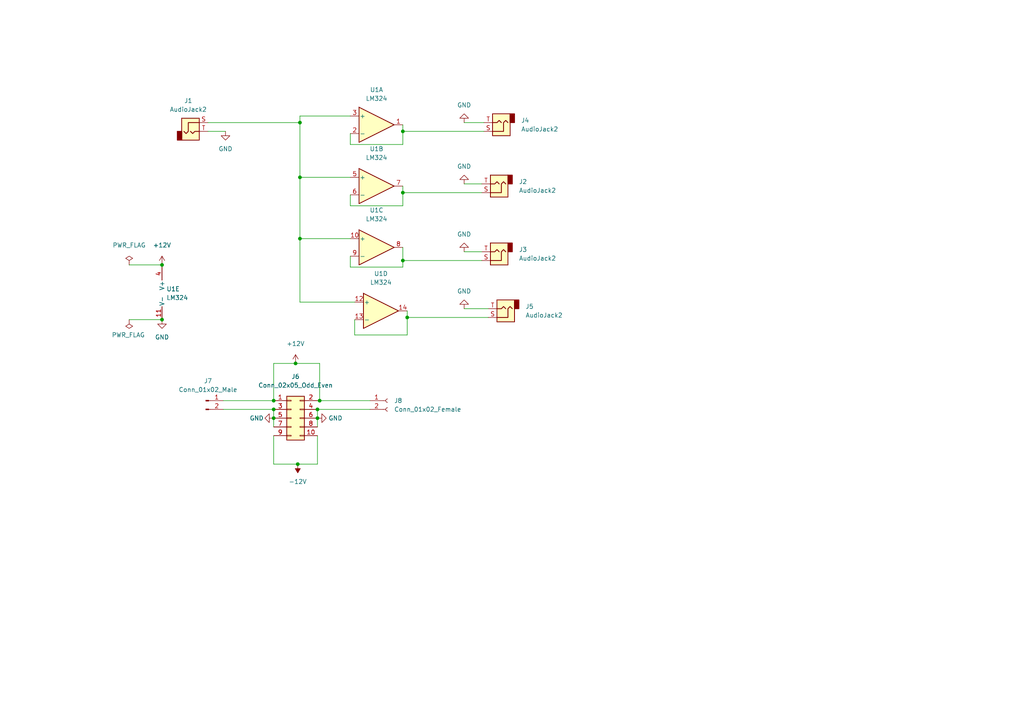
<source format=kicad_sch>
(kicad_sch (version 20211123) (generator eeschema)

  (uuid 1b516a17-e762-4c99-b9c8-b61fc1dba6e9)

  (paper "A4")

  (lib_symbols
    (symbol "Amplifier_Operational:LM324" (pin_names (offset 0.127)) (in_bom yes) (on_board yes)
      (property "Reference" "U" (id 0) (at 0 5.08 0)
        (effects (font (size 1.27 1.27)) (justify left))
      )
      (property "Value" "LM324" (id 1) (at 0 -5.08 0)
        (effects (font (size 1.27 1.27)) (justify left))
      )
      (property "Footprint" "" (id 2) (at -1.27 2.54 0)
        (effects (font (size 1.27 1.27)) hide)
      )
      (property "Datasheet" "http://www.ti.com/lit/ds/symlink/lm2902-n.pdf" (id 3) (at 1.27 5.08 0)
        (effects (font (size 1.27 1.27)) hide)
      )
      (property "ki_locked" "" (id 4) (at 0 0 0)
        (effects (font (size 1.27 1.27)))
      )
      (property "ki_keywords" "quad opamp" (id 5) (at 0 0 0)
        (effects (font (size 1.27 1.27)) hide)
      )
      (property "ki_description" "Low-Power, Quad-Operational Amplifiers, DIP-14/SOIC-14/SSOP-14" (id 6) (at 0 0 0)
        (effects (font (size 1.27 1.27)) hide)
      )
      (property "ki_fp_filters" "SOIC*3.9x8.7mm*P1.27mm* DIP*W7.62mm* TSSOP*4.4x5mm*P0.65mm* SSOP*5.3x6.2mm*P0.65mm* MSOP*3x3mm*P0.5mm*" (id 7) (at 0 0 0)
        (effects (font (size 1.27 1.27)) hide)
      )
      (symbol "LM324_1_1"
        (polyline
          (pts
            (xy -5.08 5.08)
            (xy 5.08 0)
            (xy -5.08 -5.08)
            (xy -5.08 5.08)
          )
          (stroke (width 0.254) (type default) (color 0 0 0 0))
          (fill (type background))
        )
        (pin output line (at 7.62 0 180) (length 2.54)
          (name "~" (effects (font (size 1.27 1.27))))
          (number "1" (effects (font (size 1.27 1.27))))
        )
        (pin input line (at -7.62 -2.54 0) (length 2.54)
          (name "-" (effects (font (size 1.27 1.27))))
          (number "2" (effects (font (size 1.27 1.27))))
        )
        (pin input line (at -7.62 2.54 0) (length 2.54)
          (name "+" (effects (font (size 1.27 1.27))))
          (number "3" (effects (font (size 1.27 1.27))))
        )
      )
      (symbol "LM324_2_1"
        (polyline
          (pts
            (xy -5.08 5.08)
            (xy 5.08 0)
            (xy -5.08 -5.08)
            (xy -5.08 5.08)
          )
          (stroke (width 0.254) (type default) (color 0 0 0 0))
          (fill (type background))
        )
        (pin input line (at -7.62 2.54 0) (length 2.54)
          (name "+" (effects (font (size 1.27 1.27))))
          (number "5" (effects (font (size 1.27 1.27))))
        )
        (pin input line (at -7.62 -2.54 0) (length 2.54)
          (name "-" (effects (font (size 1.27 1.27))))
          (number "6" (effects (font (size 1.27 1.27))))
        )
        (pin output line (at 7.62 0 180) (length 2.54)
          (name "~" (effects (font (size 1.27 1.27))))
          (number "7" (effects (font (size 1.27 1.27))))
        )
      )
      (symbol "LM324_3_1"
        (polyline
          (pts
            (xy -5.08 5.08)
            (xy 5.08 0)
            (xy -5.08 -5.08)
            (xy -5.08 5.08)
          )
          (stroke (width 0.254) (type default) (color 0 0 0 0))
          (fill (type background))
        )
        (pin input line (at -7.62 2.54 0) (length 2.54)
          (name "+" (effects (font (size 1.27 1.27))))
          (number "10" (effects (font (size 1.27 1.27))))
        )
        (pin output line (at 7.62 0 180) (length 2.54)
          (name "~" (effects (font (size 1.27 1.27))))
          (number "8" (effects (font (size 1.27 1.27))))
        )
        (pin input line (at -7.62 -2.54 0) (length 2.54)
          (name "-" (effects (font (size 1.27 1.27))))
          (number "9" (effects (font (size 1.27 1.27))))
        )
      )
      (symbol "LM324_4_1"
        (polyline
          (pts
            (xy -5.08 5.08)
            (xy 5.08 0)
            (xy -5.08 -5.08)
            (xy -5.08 5.08)
          )
          (stroke (width 0.254) (type default) (color 0 0 0 0))
          (fill (type background))
        )
        (pin input line (at -7.62 2.54 0) (length 2.54)
          (name "+" (effects (font (size 1.27 1.27))))
          (number "12" (effects (font (size 1.27 1.27))))
        )
        (pin input line (at -7.62 -2.54 0) (length 2.54)
          (name "-" (effects (font (size 1.27 1.27))))
          (number "13" (effects (font (size 1.27 1.27))))
        )
        (pin output line (at 7.62 0 180) (length 2.54)
          (name "~" (effects (font (size 1.27 1.27))))
          (number "14" (effects (font (size 1.27 1.27))))
        )
      )
      (symbol "LM324_5_1"
        (pin power_in line (at -2.54 -7.62 90) (length 3.81)
          (name "V-" (effects (font (size 1.27 1.27))))
          (number "11" (effects (font (size 1.27 1.27))))
        )
        (pin power_in line (at -2.54 7.62 270) (length 3.81)
          (name "V+" (effects (font (size 1.27 1.27))))
          (number "4" (effects (font (size 1.27 1.27))))
        )
      )
    )
    (symbol "Connector:AudioJack2" (in_bom yes) (on_board yes)
      (property "Reference" "J" (id 0) (at 0 8.89 0)
        (effects (font (size 1.27 1.27)))
      )
      (property "Value" "AudioJack2" (id 1) (at 0 6.35 0)
        (effects (font (size 1.27 1.27)))
      )
      (property "Footprint" "" (id 2) (at 0 0 0)
        (effects (font (size 1.27 1.27)) hide)
      )
      (property "Datasheet" "~" (id 3) (at 0 0 0)
        (effects (font (size 1.27 1.27)) hide)
      )
      (property "ki_keywords" "audio jack receptacle mono phone headphone TS connector" (id 4) (at 0 0 0)
        (effects (font (size 1.27 1.27)) hide)
      )
      (property "ki_description" "Audio Jack, 2 Poles (Mono / TS)" (id 5) (at 0 0 0)
        (effects (font (size 1.27 1.27)) hide)
      )
      (property "ki_fp_filters" "Jack*" (id 6) (at 0 0 0)
        (effects (font (size 1.27 1.27)) hide)
      )
      (symbol "AudioJack2_0_1"
        (rectangle (start -3.81 0) (end -2.54 -2.54)
          (stroke (width 0.254) (type default) (color 0 0 0 0))
          (fill (type outline))
        )
        (rectangle (start -2.54 3.81) (end 2.54 -2.54)
          (stroke (width 0.254) (type default) (color 0 0 0 0))
          (fill (type background))
        )
        (polyline
          (pts
            (xy 0 0)
            (xy 0.635 -0.635)
            (xy 1.27 0)
            (xy 2.54 0)
          )
          (stroke (width 0.254) (type default) (color 0 0 0 0))
          (fill (type none))
        )
        (polyline
          (pts
            (xy 2.54 2.54)
            (xy -0.635 2.54)
            (xy -0.635 0)
            (xy -1.27 -0.635)
            (xy -1.905 0)
          )
          (stroke (width 0.254) (type default) (color 0 0 0 0))
          (fill (type none))
        )
      )
      (symbol "AudioJack2_1_1"
        (pin passive line (at 5.08 2.54 180) (length 2.54)
          (name "~" (effects (font (size 1.27 1.27))))
          (number "S" (effects (font (size 1.27 1.27))))
        )
        (pin passive line (at 5.08 0 180) (length 2.54)
          (name "~" (effects (font (size 1.27 1.27))))
          (number "T" (effects (font (size 1.27 1.27))))
        )
      )
    )
    (symbol "Connector:Conn_01x02_Female" (pin_names (offset 1.016) hide) (in_bom yes) (on_board yes)
      (property "Reference" "J" (id 0) (at 0 2.54 0)
        (effects (font (size 1.27 1.27)))
      )
      (property "Value" "Conn_01x02_Female" (id 1) (at 0 -5.08 0)
        (effects (font (size 1.27 1.27)))
      )
      (property "Footprint" "" (id 2) (at 0 0 0)
        (effects (font (size 1.27 1.27)) hide)
      )
      (property "Datasheet" "~" (id 3) (at 0 0 0)
        (effects (font (size 1.27 1.27)) hide)
      )
      (property "ki_keywords" "connector" (id 4) (at 0 0 0)
        (effects (font (size 1.27 1.27)) hide)
      )
      (property "ki_description" "Generic connector, single row, 01x02, script generated (kicad-library-utils/schlib/autogen/connector/)" (id 5) (at 0 0 0)
        (effects (font (size 1.27 1.27)) hide)
      )
      (property "ki_fp_filters" "Connector*:*_1x??_*" (id 6) (at 0 0 0)
        (effects (font (size 1.27 1.27)) hide)
      )
      (symbol "Conn_01x02_Female_1_1"
        (arc (start 0 -2.032) (mid -0.508 -2.54) (end 0 -3.048)
          (stroke (width 0.1524) (type default) (color 0 0 0 0))
          (fill (type none))
        )
        (polyline
          (pts
            (xy -1.27 -2.54)
            (xy -0.508 -2.54)
          )
          (stroke (width 0.1524) (type default) (color 0 0 0 0))
          (fill (type none))
        )
        (polyline
          (pts
            (xy -1.27 0)
            (xy -0.508 0)
          )
          (stroke (width 0.1524) (type default) (color 0 0 0 0))
          (fill (type none))
        )
        (arc (start 0 0.508) (mid -0.508 0) (end 0 -0.508)
          (stroke (width 0.1524) (type default) (color 0 0 0 0))
          (fill (type none))
        )
        (pin passive line (at -5.08 0 0) (length 3.81)
          (name "Pin_1" (effects (font (size 1.27 1.27))))
          (number "1" (effects (font (size 1.27 1.27))))
        )
        (pin passive line (at -5.08 -2.54 0) (length 3.81)
          (name "Pin_2" (effects (font (size 1.27 1.27))))
          (number "2" (effects (font (size 1.27 1.27))))
        )
      )
    )
    (symbol "Connector:Conn_01x02_Male" (pin_names (offset 1.016) hide) (in_bom yes) (on_board yes)
      (property "Reference" "J" (id 0) (at 0 2.54 0)
        (effects (font (size 1.27 1.27)))
      )
      (property "Value" "Conn_01x02_Male" (id 1) (at 0 -5.08 0)
        (effects (font (size 1.27 1.27)))
      )
      (property "Footprint" "" (id 2) (at 0 0 0)
        (effects (font (size 1.27 1.27)) hide)
      )
      (property "Datasheet" "~" (id 3) (at 0 0 0)
        (effects (font (size 1.27 1.27)) hide)
      )
      (property "ki_keywords" "connector" (id 4) (at 0 0 0)
        (effects (font (size 1.27 1.27)) hide)
      )
      (property "ki_description" "Generic connector, single row, 01x02, script generated (kicad-library-utils/schlib/autogen/connector/)" (id 5) (at 0 0 0)
        (effects (font (size 1.27 1.27)) hide)
      )
      (property "ki_fp_filters" "Connector*:*_1x??_*" (id 6) (at 0 0 0)
        (effects (font (size 1.27 1.27)) hide)
      )
      (symbol "Conn_01x02_Male_1_1"
        (polyline
          (pts
            (xy 1.27 -2.54)
            (xy 0.8636 -2.54)
          )
          (stroke (width 0.1524) (type default) (color 0 0 0 0))
          (fill (type none))
        )
        (polyline
          (pts
            (xy 1.27 0)
            (xy 0.8636 0)
          )
          (stroke (width 0.1524) (type default) (color 0 0 0 0))
          (fill (type none))
        )
        (rectangle (start 0.8636 -2.413) (end 0 -2.667)
          (stroke (width 0.1524) (type default) (color 0 0 0 0))
          (fill (type outline))
        )
        (rectangle (start 0.8636 0.127) (end 0 -0.127)
          (stroke (width 0.1524) (type default) (color 0 0 0 0))
          (fill (type outline))
        )
        (pin passive line (at 5.08 0 180) (length 3.81)
          (name "Pin_1" (effects (font (size 1.27 1.27))))
          (number "1" (effects (font (size 1.27 1.27))))
        )
        (pin passive line (at 5.08 -2.54 180) (length 3.81)
          (name "Pin_2" (effects (font (size 1.27 1.27))))
          (number "2" (effects (font (size 1.27 1.27))))
        )
      )
    )
    (symbol "Connector_Generic:Conn_02x05_Odd_Even" (pin_names (offset 1.016) hide) (in_bom yes) (on_board yes)
      (property "Reference" "J" (id 0) (at 1.27 7.62 0)
        (effects (font (size 1.27 1.27)))
      )
      (property "Value" "Conn_02x05_Odd_Even" (id 1) (at 1.27 -7.62 0)
        (effects (font (size 1.27 1.27)))
      )
      (property "Footprint" "" (id 2) (at 0 0 0)
        (effects (font (size 1.27 1.27)) hide)
      )
      (property "Datasheet" "~" (id 3) (at 0 0 0)
        (effects (font (size 1.27 1.27)) hide)
      )
      (property "ki_keywords" "connector" (id 4) (at 0 0 0)
        (effects (font (size 1.27 1.27)) hide)
      )
      (property "ki_description" "Generic connector, double row, 02x05, odd/even pin numbering scheme (row 1 odd numbers, row 2 even numbers), script generated (kicad-library-utils/schlib/autogen/connector/)" (id 5) (at 0 0 0)
        (effects (font (size 1.27 1.27)) hide)
      )
      (property "ki_fp_filters" "Connector*:*_2x??_*" (id 6) (at 0 0 0)
        (effects (font (size 1.27 1.27)) hide)
      )
      (symbol "Conn_02x05_Odd_Even_1_1"
        (rectangle (start -1.27 -4.953) (end 0 -5.207)
          (stroke (width 0.1524) (type default) (color 0 0 0 0))
          (fill (type none))
        )
        (rectangle (start -1.27 -2.413) (end 0 -2.667)
          (stroke (width 0.1524) (type default) (color 0 0 0 0))
          (fill (type none))
        )
        (rectangle (start -1.27 0.127) (end 0 -0.127)
          (stroke (width 0.1524) (type default) (color 0 0 0 0))
          (fill (type none))
        )
        (rectangle (start -1.27 2.667) (end 0 2.413)
          (stroke (width 0.1524) (type default) (color 0 0 0 0))
          (fill (type none))
        )
        (rectangle (start -1.27 5.207) (end 0 4.953)
          (stroke (width 0.1524) (type default) (color 0 0 0 0))
          (fill (type none))
        )
        (rectangle (start -1.27 6.35) (end 3.81 -6.35)
          (stroke (width 0.254) (type default) (color 0 0 0 0))
          (fill (type background))
        )
        (rectangle (start 3.81 -4.953) (end 2.54 -5.207)
          (stroke (width 0.1524) (type default) (color 0 0 0 0))
          (fill (type none))
        )
        (rectangle (start 3.81 -2.413) (end 2.54 -2.667)
          (stroke (width 0.1524) (type default) (color 0 0 0 0))
          (fill (type none))
        )
        (rectangle (start 3.81 0.127) (end 2.54 -0.127)
          (stroke (width 0.1524) (type default) (color 0 0 0 0))
          (fill (type none))
        )
        (rectangle (start 3.81 2.667) (end 2.54 2.413)
          (stroke (width 0.1524) (type default) (color 0 0 0 0))
          (fill (type none))
        )
        (rectangle (start 3.81 5.207) (end 2.54 4.953)
          (stroke (width 0.1524) (type default) (color 0 0 0 0))
          (fill (type none))
        )
        (pin passive line (at -5.08 5.08 0) (length 3.81)
          (name "Pin_1" (effects (font (size 1.27 1.27))))
          (number "1" (effects (font (size 1.27 1.27))))
        )
        (pin passive line (at 7.62 -5.08 180) (length 3.81)
          (name "Pin_10" (effects (font (size 1.27 1.27))))
          (number "10" (effects (font (size 1.27 1.27))))
        )
        (pin passive line (at 7.62 5.08 180) (length 3.81)
          (name "Pin_2" (effects (font (size 1.27 1.27))))
          (number "2" (effects (font (size 1.27 1.27))))
        )
        (pin passive line (at -5.08 2.54 0) (length 3.81)
          (name "Pin_3" (effects (font (size 1.27 1.27))))
          (number "3" (effects (font (size 1.27 1.27))))
        )
        (pin passive line (at 7.62 2.54 180) (length 3.81)
          (name "Pin_4" (effects (font (size 1.27 1.27))))
          (number "4" (effects (font (size 1.27 1.27))))
        )
        (pin passive line (at -5.08 0 0) (length 3.81)
          (name "Pin_5" (effects (font (size 1.27 1.27))))
          (number "5" (effects (font (size 1.27 1.27))))
        )
        (pin passive line (at 7.62 0 180) (length 3.81)
          (name "Pin_6" (effects (font (size 1.27 1.27))))
          (number "6" (effects (font (size 1.27 1.27))))
        )
        (pin passive line (at -5.08 -2.54 0) (length 3.81)
          (name "Pin_7" (effects (font (size 1.27 1.27))))
          (number "7" (effects (font (size 1.27 1.27))))
        )
        (pin passive line (at 7.62 -2.54 180) (length 3.81)
          (name "Pin_8" (effects (font (size 1.27 1.27))))
          (number "8" (effects (font (size 1.27 1.27))))
        )
        (pin passive line (at -5.08 -5.08 0) (length 3.81)
          (name "Pin_9" (effects (font (size 1.27 1.27))))
          (number "9" (effects (font (size 1.27 1.27))))
        )
      )
    )
    (symbol "power:+12V" (power) (pin_names (offset 0)) (in_bom yes) (on_board yes)
      (property "Reference" "#PWR" (id 0) (at 0 -3.81 0)
        (effects (font (size 1.27 1.27)) hide)
      )
      (property "Value" "+12V" (id 1) (at 0 3.556 0)
        (effects (font (size 1.27 1.27)))
      )
      (property "Footprint" "" (id 2) (at 0 0 0)
        (effects (font (size 1.27 1.27)) hide)
      )
      (property "Datasheet" "" (id 3) (at 0 0 0)
        (effects (font (size 1.27 1.27)) hide)
      )
      (property "ki_keywords" "power-flag" (id 4) (at 0 0 0)
        (effects (font (size 1.27 1.27)) hide)
      )
      (property "ki_description" "Power symbol creates a global label with name \"+12V\"" (id 5) (at 0 0 0)
        (effects (font (size 1.27 1.27)) hide)
      )
      (symbol "+12V_0_1"
        (polyline
          (pts
            (xy -0.762 1.27)
            (xy 0 2.54)
          )
          (stroke (width 0) (type default) (color 0 0 0 0))
          (fill (type none))
        )
        (polyline
          (pts
            (xy 0 0)
            (xy 0 2.54)
          )
          (stroke (width 0) (type default) (color 0 0 0 0))
          (fill (type none))
        )
        (polyline
          (pts
            (xy 0 2.54)
            (xy 0.762 1.27)
          )
          (stroke (width 0) (type default) (color 0 0 0 0))
          (fill (type none))
        )
      )
      (symbol "+12V_1_1"
        (pin power_in line (at 0 0 90) (length 0) hide
          (name "+12V" (effects (font (size 1.27 1.27))))
          (number "1" (effects (font (size 1.27 1.27))))
        )
      )
    )
    (symbol "power:-12V" (power) (pin_names (offset 0)) (in_bom yes) (on_board yes)
      (property "Reference" "#PWR" (id 0) (at 0 2.54 0)
        (effects (font (size 1.27 1.27)) hide)
      )
      (property "Value" "-12V" (id 1) (at 0 3.81 0)
        (effects (font (size 1.27 1.27)))
      )
      (property "Footprint" "" (id 2) (at 0 0 0)
        (effects (font (size 1.27 1.27)) hide)
      )
      (property "Datasheet" "" (id 3) (at 0 0 0)
        (effects (font (size 1.27 1.27)) hide)
      )
      (property "ki_keywords" "power-flag" (id 4) (at 0 0 0)
        (effects (font (size 1.27 1.27)) hide)
      )
      (property "ki_description" "Power symbol creates a global label with name \"-12V\"" (id 5) (at 0 0 0)
        (effects (font (size 1.27 1.27)) hide)
      )
      (symbol "-12V_0_0"
        (pin power_in line (at 0 0 90) (length 0) hide
          (name "-12V" (effects (font (size 1.27 1.27))))
          (number "1" (effects (font (size 1.27 1.27))))
        )
      )
      (symbol "-12V_0_1"
        (polyline
          (pts
            (xy 0 0)
            (xy 0 1.27)
            (xy 0.762 1.27)
            (xy 0 2.54)
            (xy -0.762 1.27)
            (xy 0 1.27)
          )
          (stroke (width 0) (type default) (color 0 0 0 0))
          (fill (type outline))
        )
      )
    )
    (symbol "power:GND" (power) (pin_names (offset 0)) (in_bom yes) (on_board yes)
      (property "Reference" "#PWR" (id 0) (at 0 -6.35 0)
        (effects (font (size 1.27 1.27)) hide)
      )
      (property "Value" "GND" (id 1) (at 0 -3.81 0)
        (effects (font (size 1.27 1.27)))
      )
      (property "Footprint" "" (id 2) (at 0 0 0)
        (effects (font (size 1.27 1.27)) hide)
      )
      (property "Datasheet" "" (id 3) (at 0 0 0)
        (effects (font (size 1.27 1.27)) hide)
      )
      (property "ki_keywords" "power-flag" (id 4) (at 0 0 0)
        (effects (font (size 1.27 1.27)) hide)
      )
      (property "ki_description" "Power symbol creates a global label with name \"GND\" , ground" (id 5) (at 0 0 0)
        (effects (font (size 1.27 1.27)) hide)
      )
      (symbol "GND_0_1"
        (polyline
          (pts
            (xy 0 0)
            (xy 0 -1.27)
            (xy 1.27 -1.27)
            (xy 0 -2.54)
            (xy -1.27 -1.27)
            (xy 0 -1.27)
          )
          (stroke (width 0) (type default) (color 0 0 0 0))
          (fill (type none))
        )
      )
      (symbol "GND_1_1"
        (pin power_in line (at 0 0 270) (length 0) hide
          (name "GND" (effects (font (size 1.27 1.27))))
          (number "1" (effects (font (size 1.27 1.27))))
        )
      )
    )
    (symbol "power:PWR_FLAG" (power) (pin_numbers hide) (pin_names (offset 0) hide) (in_bom yes) (on_board yes)
      (property "Reference" "#FLG" (id 0) (at 0 1.905 0)
        (effects (font (size 1.27 1.27)) hide)
      )
      (property "Value" "PWR_FLAG" (id 1) (at 0 3.81 0)
        (effects (font (size 1.27 1.27)))
      )
      (property "Footprint" "" (id 2) (at 0 0 0)
        (effects (font (size 1.27 1.27)) hide)
      )
      (property "Datasheet" "~" (id 3) (at 0 0 0)
        (effects (font (size 1.27 1.27)) hide)
      )
      (property "ki_keywords" "power-flag" (id 4) (at 0 0 0)
        (effects (font (size 1.27 1.27)) hide)
      )
      (property "ki_description" "Special symbol for telling ERC where power comes from" (id 5) (at 0 0 0)
        (effects (font (size 1.27 1.27)) hide)
      )
      (symbol "PWR_FLAG_0_0"
        (pin power_out line (at 0 0 90) (length 0)
          (name "pwr" (effects (font (size 1.27 1.27))))
          (number "1" (effects (font (size 1.27 1.27))))
        )
      )
      (symbol "PWR_FLAG_0_1"
        (polyline
          (pts
            (xy 0 0)
            (xy 0 1.27)
            (xy -1.016 1.905)
            (xy 0 2.54)
            (xy 1.016 1.905)
            (xy 0 1.27)
          )
          (stroke (width 0) (type default) (color 0 0 0 0))
          (fill (type none))
        )
      )
    )
  )

  (junction (at 86.995 69.215) (diameter 0) (color 0 0 0 0)
    (uuid 104f0de1-ba94-41c3-bc8f-4a952183357d)
  )
  (junction (at 92.075 118.745) (diameter 0) (color 0 0 0 0)
    (uuid 151b5ab9-01dd-4039-99c7-a2b74da5d51b)
  )
  (junction (at 79.375 118.745) (diameter 0) (color 0 0 0 0)
    (uuid 193e76c8-119c-4a79-96f2-666510377c66)
  )
  (junction (at 86.995 51.435) (diameter 0) (color 0 0 0 0)
    (uuid 1db30148-7ca7-441d-a14a-4c714563a06a)
  )
  (junction (at 86.995 35.56) (diameter 0) (color 0 0 0 0)
    (uuid 3100f5e2-0aec-4b49-9c5b-13ff76602e43)
  )
  (junction (at 46.99 76.835) (diameter 0) (color 0 0 0 0)
    (uuid 4dc6ce77-f101-41b4-ba17-e872f3d046bf)
  )
  (junction (at 116.84 75.565) (diameter 0) (color 0 0 0 0)
    (uuid 53228643-2653-400b-a336-777c8771e037)
  )
  (junction (at 118.11 92.075) (diameter 0) (color 0 0 0 0)
    (uuid 69303619-f2cf-464c-a4cf-f8fe33fbcd97)
  )
  (junction (at 116.84 55.88) (diameter 0) (color 0 0 0 0)
    (uuid 7437dae8-110b-4a69-b832-18b7d9b84dbc)
  )
  (junction (at 46.99 92.71) (diameter 0) (color 0 0 0 0)
    (uuid 93ae934b-7732-44ed-8368-cb81f8f581bc)
  )
  (junction (at 116.84 38.1) (diameter 0) (color 0 0 0 0)
    (uuid b5cbb0bb-9dc7-4265-acee-3e9afee4edc0)
  )
  (junction (at 86.36 134.62) (diameter 0) (color 0 0 0 0)
    (uuid bc7a6bd3-13a3-48bc-bffc-dfbe37cc6f2e)
  )
  (junction (at 79.375 121.285) (diameter 0) (color 0 0 0 0)
    (uuid c8fe1498-51b0-4ae4-8c47-9bacff5bda60)
  )
  (junction (at 92.075 121.285) (diameter 0) (color 0 0 0 0)
    (uuid c9e94b50-8c62-4e7b-afaa-0c2e57e0e087)
  )
  (junction (at 79.375 116.205) (diameter 0) (color 0 0 0 0)
    (uuid cd87972e-896a-4263-9ab4-adddd4655a35)
  )
  (junction (at 85.725 105.41) (diameter 0) (color 0 0 0 0)
    (uuid d71cd838-39bb-4d2e-8e1a-dc32fdce17d9)
  )
  (junction (at 92.71 116.205) (diameter 0) (color 0 0 0 0)
    (uuid e5edc3f7-603e-455e-9c46-7672043d7c14)
  )

  (wire (pts (xy 116.84 41.91) (xy 101.6 41.91))
    (stroke (width 0) (type default) (color 0 0 0 0))
    (uuid 0a317199-8a9f-4b8a-869b-7fe16796cc79)
  )
  (wire (pts (xy 37.465 76.835) (xy 46.99 76.835))
    (stroke (width 0) (type default) (color 0 0 0 0))
    (uuid 0c06151c-4713-40b6-b5ba-d483bd095dcc)
  )
  (wire (pts (xy 101.6 69.215) (xy 86.995 69.215))
    (stroke (width 0) (type default) (color 0 0 0 0))
    (uuid 1100217a-3165-4da4-ad5f-5e0e747d89c9)
  )
  (wire (pts (xy 116.84 53.975) (xy 116.84 55.88))
    (stroke (width 0) (type default) (color 0 0 0 0))
    (uuid 12f6d5ee-865b-4765-ae7c-6b31b1e243bb)
  )
  (wire (pts (xy 92.075 118.745) (xy 107.315 118.745))
    (stroke (width 0) (type default) (color 0 0 0 0))
    (uuid 145a8b95-29af-4a2b-847e-8f9d3c4fabd7)
  )
  (wire (pts (xy 86.36 134.62) (xy 92.075 134.62))
    (stroke (width 0) (type default) (color 0 0 0 0))
    (uuid 1524fb6c-5868-44ec-b27e-c67fc2d59f28)
  )
  (wire (pts (xy 134.62 53.34) (xy 139.7 53.34))
    (stroke (width 0) (type default) (color 0 0 0 0))
    (uuid 18d2b7bb-dfa2-4d52-aa8f-3231d4763a9b)
  )
  (wire (pts (xy 79.375 121.285) (xy 79.375 123.825))
    (stroke (width 0) (type default) (color 0 0 0 0))
    (uuid 2898eb7f-dfd7-4e2f-839b-b264a5e5fc7e)
  )
  (wire (pts (xy 86.995 87.63) (xy 102.87 87.63))
    (stroke (width 0) (type default) (color 0 0 0 0))
    (uuid 28a67673-1138-4dc7-a651-7447b5ddd717)
  )
  (wire (pts (xy 79.375 116.205) (xy 79.375 105.41))
    (stroke (width 0) (type default) (color 0 0 0 0))
    (uuid 28fc6b6d-ae2c-4ab2-b8b9-4073065df860)
  )
  (wire (pts (xy 86.995 33.655) (xy 101.6 33.655))
    (stroke (width 0) (type default) (color 0 0 0 0))
    (uuid 2e0792d8-29b2-4b00-b3e1-e0eca91d8d18)
  )
  (wire (pts (xy 118.11 92.075) (xy 141.605 92.075))
    (stroke (width 0) (type default) (color 0 0 0 0))
    (uuid 30ef2567-a794-4b7d-ba4c-8bf5bb65f39e)
  )
  (wire (pts (xy 85.725 105.41) (xy 92.71 105.41))
    (stroke (width 0) (type default) (color 0 0 0 0))
    (uuid 3740572b-9333-40b9-98cc-496dff8ccc7f)
  )
  (wire (pts (xy 79.375 126.365) (xy 79.375 134.62))
    (stroke (width 0) (type default) (color 0 0 0 0))
    (uuid 37be1e1c-86fa-4ceb-99af-fb14f6ce4392)
  )
  (wire (pts (xy 46.99 92.71) (xy 37.465 92.71))
    (stroke (width 0) (type default) (color 0 0 0 0))
    (uuid 3a959649-9a89-4cff-bd5b-42182ecd63a8)
  )
  (wire (pts (xy 118.11 92.075) (xy 118.11 97.155))
    (stroke (width 0) (type default) (color 0 0 0 0))
    (uuid 3df1f0ad-c0a2-4963-9093-849a7b998794)
  )
  (wire (pts (xy 79.375 134.62) (xy 86.36 134.62))
    (stroke (width 0) (type default) (color 0 0 0 0))
    (uuid 4076aef1-4ad2-4b2d-a5fc-dc2978684ba7)
  )
  (wire (pts (xy 116.84 75.565) (xy 116.84 77.47))
    (stroke (width 0) (type default) (color 0 0 0 0))
    (uuid 485e8546-0f09-4db0-b89a-e4c7f4c33184)
  )
  (wire (pts (xy 79.375 118.745) (xy 79.375 121.285))
    (stroke (width 0) (type default) (color 0 0 0 0))
    (uuid 4c8eb34d-c753-44cd-ba84-c34bca95d4d5)
  )
  (wire (pts (xy 86.995 35.56) (xy 86.995 51.435))
    (stroke (width 0) (type default) (color 0 0 0 0))
    (uuid 590db0b8-21b4-4da1-a66a-866f9d25d783)
  )
  (wire (pts (xy 86.995 33.655) (xy 86.995 35.56))
    (stroke (width 0) (type default) (color 0 0 0 0))
    (uuid 64054375-80e0-4ff6-b1e7-6c9cbd67f63d)
  )
  (wire (pts (xy 92.71 116.205) (xy 92.075 116.205))
    (stroke (width 0) (type default) (color 0 0 0 0))
    (uuid 64c2ea62-2c76-485a-b9fa-2e09e94959e5)
  )
  (wire (pts (xy 101.6 41.91) (xy 101.6 38.735))
    (stroke (width 0) (type default) (color 0 0 0 0))
    (uuid 726007af-fec9-41dc-8375-cb54b2a40900)
  )
  (wire (pts (xy 92.075 121.285) (xy 92.075 123.825))
    (stroke (width 0) (type default) (color 0 0 0 0))
    (uuid 7c03e65b-7ecd-4f70-a66d-c4bdf52bb00d)
  )
  (wire (pts (xy 86.995 69.215) (xy 86.995 87.63))
    (stroke (width 0) (type default) (color 0 0 0 0))
    (uuid 7e3386f4-650f-4651-a6b7-d45308443301)
  )
  (wire (pts (xy 102.87 97.155) (xy 102.87 92.71))
    (stroke (width 0) (type default) (color 0 0 0 0))
    (uuid 7e77bd8a-c234-4523-b912-8c7b2d54a79a)
  )
  (wire (pts (xy 86.995 51.435) (xy 101.6 51.435))
    (stroke (width 0) (type default) (color 0 0 0 0))
    (uuid 7f29fae6-538e-4862-ae30-65dbcb672601)
  )
  (wire (pts (xy 116.84 55.88) (xy 139.7 55.88))
    (stroke (width 0) (type default) (color 0 0 0 0))
    (uuid 843e6d44-170e-43b3-890d-ebb2315d7837)
  )
  (wire (pts (xy 92.71 116.205) (xy 107.315 116.205))
    (stroke (width 0) (type default) (color 0 0 0 0))
    (uuid 84ecc096-9705-4aa2-bab6-40d9812c527f)
  )
  (wire (pts (xy 116.84 75.565) (xy 139.7 75.565))
    (stroke (width 0) (type default) (color 0 0 0 0))
    (uuid 87f9041f-35e9-4f66-83db-a0d0d481e1d5)
  )
  (wire (pts (xy 46.99 76.835) (xy 46.99 77.47))
    (stroke (width 0) (type default) (color 0 0 0 0))
    (uuid 8fac929f-d2ec-4a1a-bdd2-6325074d73cd)
  )
  (wire (pts (xy 116.84 55.88) (xy 116.84 59.69))
    (stroke (width 0) (type default) (color 0 0 0 0))
    (uuid 91152048-e08a-434f-9ca1-a584a98e16f0)
  )
  (wire (pts (xy 92.71 105.41) (xy 92.71 116.205))
    (stroke (width 0) (type default) (color 0 0 0 0))
    (uuid 91546561-90e0-408e-895f-9130329eb7ee)
  )
  (wire (pts (xy 64.77 116.205) (xy 79.375 116.205))
    (stroke (width 0) (type default) (color 0 0 0 0))
    (uuid 9359b352-2dc9-401b-b373-15ea544eb722)
  )
  (wire (pts (xy 118.11 97.155) (xy 102.87 97.155))
    (stroke (width 0) (type default) (color 0 0 0 0))
    (uuid 977f1f25-bde9-442a-a957-8752369a9413)
  )
  (wire (pts (xy 86.995 51.435) (xy 86.995 69.215))
    (stroke (width 0) (type default) (color 0 0 0 0))
    (uuid 97c3bd45-f5cc-4c4e-b534-fc21fc215c53)
  )
  (wire (pts (xy 101.6 59.69) (xy 101.6 56.515))
    (stroke (width 0) (type default) (color 0 0 0 0))
    (uuid 9ab66ef1-aed7-4f12-a995-f18c3b1711ff)
  )
  (wire (pts (xy 116.84 59.69) (xy 101.6 59.69))
    (stroke (width 0) (type default) (color 0 0 0 0))
    (uuid a043f3af-3726-4ab9-8dbe-e1a04027f0ba)
  )
  (wire (pts (xy 92.075 134.62) (xy 92.075 126.365))
    (stroke (width 0) (type default) (color 0 0 0 0))
    (uuid a876056d-65a6-4d49-bc78-f58bfa1ef8ed)
  )
  (wire (pts (xy 60.325 38.1) (xy 65.405 38.1))
    (stroke (width 0) (type default) (color 0 0 0 0))
    (uuid ac635f28-6cfb-4b3b-a644-e4d954e0d18b)
  )
  (wire (pts (xy 64.77 118.745) (xy 79.375 118.745))
    (stroke (width 0) (type default) (color 0 0 0 0))
    (uuid acaee73e-947d-43d2-824a-04ec75703bfc)
  )
  (wire (pts (xy 134.62 35.56) (xy 140.335 35.56))
    (stroke (width 0) (type default) (color 0 0 0 0))
    (uuid b227c70b-401e-474e-bd40-a423f0b790d2)
  )
  (wire (pts (xy 92.075 118.745) (xy 92.075 121.285))
    (stroke (width 0) (type default) (color 0 0 0 0))
    (uuid b864c696-3482-425d-bca8-037584beb166)
  )
  (wire (pts (xy 118.11 90.17) (xy 118.11 92.075))
    (stroke (width 0) (type default) (color 0 0 0 0))
    (uuid ba5b7abf-c453-429b-aa0f-cf8d57a3f069)
  )
  (wire (pts (xy 116.84 36.195) (xy 116.84 38.1))
    (stroke (width 0) (type default) (color 0 0 0 0))
    (uuid c0a2c207-ed20-464f-ab9d-709223d4262f)
  )
  (wire (pts (xy 60.325 35.56) (xy 86.995 35.56))
    (stroke (width 0) (type default) (color 0 0 0 0))
    (uuid c500816b-b1b1-4af0-9ed5-ef97bdc46867)
  )
  (wire (pts (xy 101.6 77.47) (xy 101.6 74.295))
    (stroke (width 0) (type default) (color 0 0 0 0))
    (uuid cc4bd76c-0cf5-4aa1-b2e3-56a9c1454e7c)
  )
  (wire (pts (xy 116.84 77.47) (xy 101.6 77.47))
    (stroke (width 0) (type default) (color 0 0 0 0))
    (uuid d600c216-81e2-4348-b88c-fb46752a0e3e)
  )
  (wire (pts (xy 116.84 38.1) (xy 140.335 38.1))
    (stroke (width 0) (type default) (color 0 0 0 0))
    (uuid dac91d8d-7062-487d-a6b3-7496ee83054a)
  )
  (wire (pts (xy 116.84 38.1) (xy 116.84 41.91))
    (stroke (width 0) (type default) (color 0 0 0 0))
    (uuid dad2770c-aa05-4a12-bb3b-6f3d03e8bb6c)
  )
  (wire (pts (xy 134.62 73.025) (xy 139.7 73.025))
    (stroke (width 0) (type default) (color 0 0 0 0))
    (uuid df4190be-8715-411a-bbce-1179ffff0af0)
  )
  (wire (pts (xy 79.375 105.41) (xy 85.725 105.41))
    (stroke (width 0) (type default) (color 0 0 0 0))
    (uuid ee4dc5e2-d4c5-4fa1-af0a-4c8cdf95b84a)
  )
  (wire (pts (xy 116.84 71.755) (xy 116.84 75.565))
    (stroke (width 0) (type default) (color 0 0 0 0))
    (uuid ef1e6434-f137-473f-8f60-7cc63ab2900a)
  )
  (wire (pts (xy 134.62 89.535) (xy 141.605 89.535))
    (stroke (width 0) (type default) (color 0 0 0 0))
    (uuid f0f94b6f-9c2d-480b-bd32-72c7a4556c46)
  )

  (symbol (lib_id "power:GND") (at 134.62 89.535 180) (unit 1)
    (in_bom yes) (on_board yes) (fields_autoplaced)
    (uuid 0c235e48-f386-4e0e-a7f2-76fa338bec83)
    (property "Reference" "#PWR06" (id 0) (at 134.62 83.185 0)
      (effects (font (size 1.27 1.27)) hide)
    )
    (property "Value" "GND" (id 1) (at 134.62 84.455 0))
    (property "Footprint" "" (id 2) (at 134.62 89.535 0)
      (effects (font (size 1.27 1.27)) hide)
    )
    (property "Datasheet" "" (id 3) (at 134.62 89.535 0)
      (effects (font (size 1.27 1.27)) hide)
    )
    (pin "1" (uuid d566f8fd-7e9d-49a0-960b-4b45418ce22c))
  )

  (symbol (lib_id "power:GND") (at 92.075 121.285 90) (unit 1)
    (in_bom yes) (on_board yes) (fields_autoplaced)
    (uuid 0c2eaae2-e371-4666-b828-b4be0169a6dc)
    (property "Reference" "#PWR0104" (id 0) (at 98.425 121.285 0)
      (effects (font (size 1.27 1.27)) hide)
    )
    (property "Value" "GND" (id 1) (at 95.25 121.2849 90)
      (effects (font (size 1.27 1.27)) (justify right))
    )
    (property "Footprint" "" (id 2) (at 92.075 121.285 0)
      (effects (font (size 1.27 1.27)) hide)
    )
    (property "Datasheet" "" (id 3) (at 92.075 121.285 0)
      (effects (font (size 1.27 1.27)) hide)
    )
    (pin "1" (uuid 57b3f4a7-e9fd-4406-8067-3f7b9e081fd5))
  )

  (symbol (lib_id "power:GND") (at 134.62 73.025 180) (unit 1)
    (in_bom yes) (on_board yes) (fields_autoplaced)
    (uuid 1130c48b-cfe9-4972-9d7c-c3161032d9e0)
    (property "Reference" "#PWR05" (id 0) (at 134.62 66.675 0)
      (effects (font (size 1.27 1.27)) hide)
    )
    (property "Value" "GND" (id 1) (at 134.62 67.945 0))
    (property "Footprint" "" (id 2) (at 134.62 73.025 0)
      (effects (font (size 1.27 1.27)) hide)
    )
    (property "Datasheet" "" (id 3) (at 134.62 73.025 0)
      (effects (font (size 1.27 1.27)) hide)
    )
    (pin "1" (uuid 821f3ec0-761d-4e09-b1e5-e37fa94ed0e5))
  )

  (symbol (lib_id "power:PWR_FLAG") (at 37.465 76.835 0) (unit 1)
    (in_bom yes) (on_board yes) (fields_autoplaced)
    (uuid 292e665f-f4d5-4579-9696-708de5fc8a1d)
    (property "Reference" "#FLG01" (id 0) (at 37.465 74.93 0)
      (effects (font (size 1.27 1.27)) hide)
    )
    (property "Value" "PWR_FLAG" (id 1) (at 37.465 71.12 0))
    (property "Footprint" "" (id 2) (at 37.465 76.835 0)
      (effects (font (size 1.27 1.27)) hide)
    )
    (property "Datasheet" "~" (id 3) (at 37.465 76.835 0)
      (effects (font (size 1.27 1.27)) hide)
    )
    (pin "1" (uuid e2fa5cde-2ac3-446d-ad24-3c80602c7936))
  )

  (symbol (lib_id "Connector:AudioJack2") (at 144.78 53.34 180) (unit 1)
    (in_bom yes) (on_board yes) (fields_autoplaced)
    (uuid 323d3f0b-6b1c-42a2-86a9-dbe8a2b2a06b)
    (property "Reference" "J2" (id 0) (at 150.495 52.7049 0)
      (effects (font (size 1.27 1.27)) (justify right))
    )
    (property "Value" "AudioJack2" (id 1) (at 150.495 55.2449 0)
      (effects (font (size 1.27 1.27)) (justify right))
    )
    (property "Footprint" "Eurorack:Thonkiconn" (id 2) (at 144.78 53.34 0)
      (effects (font (size 1.27 1.27)) hide)
    )
    (property "Datasheet" "~" (id 3) (at 144.78 53.34 0)
      (effects (font (size 1.27 1.27)) hide)
    )
    (pin "S" (uuid 7f03f393-3710-4ee9-832a-d025a1b96d7a))
    (pin "T" (uuid 7121ace8-4190-4171-8869-e111c39c9be1))
  )

  (symbol (lib_id "Amplifier_Operational:LM324") (at 109.22 71.755 0) (unit 3)
    (in_bom yes) (on_board yes) (fields_autoplaced)
    (uuid 337ffccd-f0f0-446c-a9d2-7cc9aed65f4b)
    (property "Reference" "U1" (id 0) (at 109.22 60.96 0))
    (property "Value" "LM324" (id 1) (at 109.22 63.5 0))
    (property "Footprint" "Package_DIP:DIP-14_W7.62mm_Socket" (id 2) (at 107.95 69.215 0)
      (effects (font (size 1.27 1.27)) hide)
    )
    (property "Datasheet" "http://www.ti.com/lit/ds/symlink/lm2902-n.pdf" (id 3) (at 110.49 66.675 0)
      (effects (font (size 1.27 1.27)) hide)
    )
    (pin "1" (uuid b8034378-bde0-4ef1-a21f-0f88c988f91b))
    (pin "2" (uuid 57db0191-b11d-4926-9c7b-4c377ba7047b))
    (pin "3" (uuid f4bee6a3-e967-4c7a-b913-bd7056014164))
    (pin "5" (uuid a9f6ec7c-7655-4bb9-9295-33024777362c))
    (pin "6" (uuid 0872d021-5782-48a2-9243-9fb23e5e79b5))
    (pin "7" (uuid 0ca395b6-8970-4a7f-b836-d54cd353a98a))
    (pin "10" (uuid aef97e66-f047-4087-a38e-f3e01c03e89c))
    (pin "8" (uuid cebd517e-2552-41f4-b0a1-6785c49f862f))
    (pin "9" (uuid cb9c247b-29a3-4fda-852e-67fce717be7d))
    (pin "12" (uuid bb6d2ddd-b561-41d1-b680-0f08f41b0f39))
    (pin "13" (uuid 819f314b-fb9d-404f-a8fb-89d536b93e20))
    (pin "14" (uuid fae8ed9f-9539-4b2d-bcc2-8970db57acb0))
    (pin "11" (uuid c2fa87c4-ae87-4512-b55e-09fcd5bca1ee))
    (pin "4" (uuid f683223c-4dc3-4f1e-b2c3-bae832915d82))
  )

  (symbol (lib_id "power:GND") (at 46.99 92.71 0) (unit 1)
    (in_bom yes) (on_board yes) (fields_autoplaced)
    (uuid 34926823-6409-4eb6-b3ac-6fbf25dd6a3a)
    (property "Reference" "#PWR02" (id 0) (at 46.99 99.06 0)
      (effects (font (size 1.27 1.27)) hide)
    )
    (property "Value" "GND" (id 1) (at 46.99 97.79 0))
    (property "Footprint" "" (id 2) (at 46.99 92.71 0)
      (effects (font (size 1.27 1.27)) hide)
    )
    (property "Datasheet" "" (id 3) (at 46.99 92.71 0)
      (effects (font (size 1.27 1.27)) hide)
    )
    (pin "1" (uuid 1514e5db-15fa-428d-a29c-5c9310dcbe8c))
  )

  (symbol (lib_id "power:GND") (at 65.405 38.1 0) (unit 1)
    (in_bom yes) (on_board yes) (fields_autoplaced)
    (uuid 34f6eb7c-2a61-4372-aac9-02b9e79a737f)
    (property "Reference" "#PWR03" (id 0) (at 65.405 44.45 0)
      (effects (font (size 1.27 1.27)) hide)
    )
    (property "Value" "GND" (id 1) (at 65.405 43.18 0))
    (property "Footprint" "" (id 2) (at 65.405 38.1 0)
      (effects (font (size 1.27 1.27)) hide)
    )
    (property "Datasheet" "" (id 3) (at 65.405 38.1 0)
      (effects (font (size 1.27 1.27)) hide)
    )
    (pin "1" (uuid 05edf20b-c136-4ef1-8434-97e496335061))
  )

  (symbol (lib_id "power:+12V") (at 46.99 76.835 0) (unit 1)
    (in_bom yes) (on_board yes) (fields_autoplaced)
    (uuid 396f924c-baaa-4c0e-a76c-d14fccc60054)
    (property "Reference" "#PWR01" (id 0) (at 46.99 80.645 0)
      (effects (font (size 1.27 1.27)) hide)
    )
    (property "Value" "+12V" (id 1) (at 46.99 71.12 0))
    (property "Footprint" "" (id 2) (at 46.99 76.835 0)
      (effects (font (size 1.27 1.27)) hide)
    )
    (property "Datasheet" "" (id 3) (at 46.99 76.835 0)
      (effects (font (size 1.27 1.27)) hide)
    )
    (pin "1" (uuid bae0e0bf-71be-4573-9e02-f8e76cd39ebf))
  )

  (symbol (lib_id "Connector:Conn_01x02_Male") (at 59.69 116.205 0) (unit 1)
    (in_bom yes) (on_board yes) (fields_autoplaced)
    (uuid 54f48246-7e7a-4b93-abb8-2203a6cb1a66)
    (property "Reference" "J7" (id 0) (at 60.325 110.49 0))
    (property "Value" "Conn_01x02_Male" (id 1) (at 60.325 113.03 0))
    (property "Footprint" "Connector_PinHeader_2.54mm:PinHeader_1x02_P2.54mm_Vertical" (id 2) (at 59.69 116.205 0)
      (effects (font (size 1.27 1.27)) hide)
    )
    (property "Datasheet" "~" (id 3) (at 59.69 116.205 0)
      (effects (font (size 1.27 1.27)) hide)
    )
    (pin "1" (uuid f457c660-4236-400b-8fd8-84eac5618b88))
    (pin "2" (uuid 4f39b518-2e44-4183-8c35-e0e91a386b42))
  )

  (symbol (lib_id "Connector:Conn_01x02_Female") (at 112.395 116.205 0) (unit 1)
    (in_bom yes) (on_board yes) (fields_autoplaced)
    (uuid 58a685dc-e480-4b99-83b8-4a6b5d16553a)
    (property "Reference" "J8" (id 0) (at 114.3 116.2049 0)
      (effects (font (size 1.27 1.27)) (justify left))
    )
    (property "Value" "Conn_01x02_Female" (id 1) (at 114.3 118.7449 0)
      (effects (font (size 1.27 1.27)) (justify left))
    )
    (property "Footprint" "Connector_PinSocket_2.54mm:PinSocket_1x02_P2.54mm_Vertical" (id 2) (at 112.395 116.205 0)
      (effects (font (size 1.27 1.27)) hide)
    )
    (property "Datasheet" "~" (id 3) (at 112.395 116.205 0)
      (effects (font (size 1.27 1.27)) hide)
    )
    (pin "1" (uuid f85c1bd6-6c7f-41ea-a3b7-a0787957f0c7))
    (pin "2" (uuid ead326f2-5af9-4e18-a51b-1a8a3f32fb98))
  )

  (symbol (lib_id "power:-12V") (at 86.36 134.62 180) (unit 1)
    (in_bom yes) (on_board yes) (fields_autoplaced)
    (uuid 70077c35-c9d6-42e7-bf36-42d7ee72980d)
    (property "Reference" "#PWR0102" (id 0) (at 86.36 137.16 0)
      (effects (font (size 1.27 1.27)) hide)
    )
    (property "Value" "-12V" (id 1) (at 86.36 139.7 0))
    (property "Footprint" "" (id 2) (at 86.36 134.62 0)
      (effects (font (size 1.27 1.27)) hide)
    )
    (property "Datasheet" "" (id 3) (at 86.36 134.62 0)
      (effects (font (size 1.27 1.27)) hide)
    )
    (pin "1" (uuid 5f48816e-d601-4c25-9079-120d7bc31b85))
  )

  (symbol (lib_id "power:GND") (at 134.62 53.34 180) (unit 1)
    (in_bom yes) (on_board yes) (fields_autoplaced)
    (uuid 7a6bf351-aa91-41c8-912d-8a77e1049883)
    (property "Reference" "#PWR04" (id 0) (at 134.62 46.99 0)
      (effects (font (size 1.27 1.27)) hide)
    )
    (property "Value" "GND" (id 1) (at 134.62 48.26 0))
    (property "Footprint" "" (id 2) (at 134.62 53.34 0)
      (effects (font (size 1.27 1.27)) hide)
    )
    (property "Datasheet" "" (id 3) (at 134.62 53.34 0)
      (effects (font (size 1.27 1.27)) hide)
    )
    (pin "1" (uuid f22916a0-55c6-4e0c-b134-d7f4edc49181))
  )

  (symbol (lib_id "power:PWR_FLAG") (at 37.465 92.71 180) (unit 1)
    (in_bom yes) (on_board yes)
    (uuid 7d4c8977-4aee-469d-a20f-00e564782cf5)
    (property "Reference" "#FLG02" (id 0) (at 37.465 94.615 0)
      (effects (font (size 1.27 1.27)) hide)
    )
    (property "Value" "PWR_FLAG" (id 1) (at 32.385 97.155 0)
      (effects (font (size 1.27 1.27)) (justify right))
    )
    (property "Footprint" "" (id 2) (at 37.465 92.71 0)
      (effects (font (size 1.27 1.27)) hide)
    )
    (property "Datasheet" "~" (id 3) (at 37.465 92.71 0)
      (effects (font (size 1.27 1.27)) hide)
    )
    (pin "1" (uuid abb742ce-bf84-4f38-948c-704162a2bfa0))
  )

  (symbol (lib_id "Amplifier_Operational:LM324") (at 109.22 36.195 0) (unit 1)
    (in_bom yes) (on_board yes) (fields_autoplaced)
    (uuid 87efa1c0-b08c-4570-860c-c5cc6b7b2a92)
    (property "Reference" "U1" (id 0) (at 109.22 26.035 0))
    (property "Value" "LM324" (id 1) (at 109.22 28.575 0))
    (property "Footprint" "Package_DIP:DIP-14_W7.62mm_Socket" (id 2) (at 107.95 33.655 0)
      (effects (font (size 1.27 1.27)) hide)
    )
    (property "Datasheet" "http://www.ti.com/lit/ds/symlink/lm2902-n.pdf" (id 3) (at 110.49 31.115 0)
      (effects (font (size 1.27 1.27)) hide)
    )
    (pin "1" (uuid eb0f8873-0423-4e08-b72c-0ba23e858cd6))
    (pin "2" (uuid 0dc82c97-5741-4edf-89f9-3ee610b6963e))
    (pin "3" (uuid 516ea750-efe0-4656-911d-717dd6395b87))
    (pin "5" (uuid bab33295-2c62-43f2-a020-5a4fb5ada560))
    (pin "6" (uuid efbfaba8-7b37-4cd4-8fa7-9073544bb40e))
    (pin "7" (uuid 0512d306-825f-4dcb-9c95-6a9ac9485581))
    (pin "10" (uuid b07b6540-23cb-4f73-8178-6b851ca063c6))
    (pin "8" (uuid 950d951b-875f-48ab-b80e-391f7e61960e))
    (pin "9" (uuid 1d90b044-f279-486d-928e-e70967a8a562))
    (pin "12" (uuid 865608d8-ed5e-4dae-98f8-d21b4790f180))
    (pin "13" (uuid 3d04e9fb-ebbd-4945-8cdf-dcdc02a50708))
    (pin "14" (uuid e86d4ea3-73fa-4d96-aa73-10c91be7fe95))
    (pin "11" (uuid 519b551a-41be-4ede-8cde-861fdf203539))
    (pin "4" (uuid af83bbb9-9b7c-4c99-87b8-90d6a56c4300))
  )

  (symbol (lib_id "Amplifier_Operational:LM324") (at 110.49 90.17 0) (unit 4)
    (in_bom yes) (on_board yes) (fields_autoplaced)
    (uuid 91b055bb-f022-4a44-86b1-73952376f553)
    (property "Reference" "U1" (id 0) (at 110.49 79.375 0))
    (property "Value" "LM324" (id 1) (at 110.49 81.915 0))
    (property "Footprint" "Package_DIP:DIP-14_W7.62mm_Socket" (id 2) (at 109.22 87.63 0)
      (effects (font (size 1.27 1.27)) hide)
    )
    (property "Datasheet" "http://www.ti.com/lit/ds/symlink/lm2902-n.pdf" (id 3) (at 111.76 85.09 0)
      (effects (font (size 1.27 1.27)) hide)
    )
    (pin "1" (uuid adae1fa3-8daf-4bf2-8494-3da5df80892b))
    (pin "2" (uuid 64dae6ab-3d68-45d4-8e59-c796933d8755))
    (pin "3" (uuid e5f0ebb9-4c1b-4469-8e92-f4cae86432fe))
    (pin "5" (uuid 6c1f142b-a0fb-4afe-a6b2-886ded575736))
    (pin "6" (uuid 43dc88c8-89ea-402c-b4b4-4c8fbcf5216c))
    (pin "7" (uuid 06e98591-2c5e-4658-8493-ef39f3361ce7))
    (pin "10" (uuid 5ed31855-c767-46b7-84cc-16d0a2fe36f5))
    (pin "8" (uuid aff7b6c9-528f-4f22-97e1-8ffc27dbb176))
    (pin "9" (uuid ff5778f8-83ce-4504-a25d-85f5976d8129))
    (pin "12" (uuid b0ed820c-1c4e-4847-a083-fcc6b0e5addc))
    (pin "13" (uuid f4c071b8-e1ee-46da-a40d-54ee726b0aff))
    (pin "14" (uuid d3b56286-0f79-4a19-99b2-c7cc9431039e))
    (pin "11" (uuid 90f1f0c8-4ac3-4b30-8fec-d7bc44d0cd69))
    (pin "4" (uuid c239951e-b7ba-4e5d-add1-d63acff173c6))
  )

  (symbol (lib_id "Connector:AudioJack2") (at 146.685 89.535 180) (unit 1)
    (in_bom yes) (on_board yes) (fields_autoplaced)
    (uuid 9b4f98d7-32c2-474f-998a-5c0099a0b802)
    (property "Reference" "J5" (id 0) (at 152.4 88.8999 0)
      (effects (font (size 1.27 1.27)) (justify right))
    )
    (property "Value" "AudioJack2" (id 1) (at 152.4 91.4399 0)
      (effects (font (size 1.27 1.27)) (justify right))
    )
    (property "Footprint" "Eurorack:Thonkiconn" (id 2) (at 146.685 89.535 0)
      (effects (font (size 1.27 1.27)) hide)
    )
    (property "Datasheet" "~" (id 3) (at 146.685 89.535 0)
      (effects (font (size 1.27 1.27)) hide)
    )
    (pin "S" (uuid 540986cf-e0ca-4904-a3c4-98f2460e0e05))
    (pin "T" (uuid 28ab3c85-a2c4-4fdc-b959-bef966972228))
  )

  (symbol (lib_id "Amplifier_Operational:LM324") (at 49.53 85.09 0) (unit 5)
    (in_bom yes) (on_board yes) (fields_autoplaced)
    (uuid a2843613-b04b-4a81-b97d-cc84499f47b7)
    (property "Reference" "U1" (id 0) (at 48.26 83.8199 0)
      (effects (font (size 1.27 1.27)) (justify left))
    )
    (property "Value" "LM324" (id 1) (at 48.26 86.3599 0)
      (effects (font (size 1.27 1.27)) (justify left))
    )
    (property "Footprint" "Package_DIP:DIP-14_W7.62mm_Socket" (id 2) (at 48.26 82.55 0)
      (effects (font (size 1.27 1.27)) hide)
    )
    (property "Datasheet" "http://www.ti.com/lit/ds/symlink/lm2902-n.pdf" (id 3) (at 50.8 80.01 0)
      (effects (font (size 1.27 1.27)) hide)
    )
    (pin "1" (uuid c1d3eceb-ba5e-42bb-8727-fd6c7b0b195b))
    (pin "2" (uuid d6a2c00c-ca6b-49ae-b127-6fd71ef4565a))
    (pin "3" (uuid 371ad88e-62e6-4e47-a83d-f2ef1c431804))
    (pin "5" (uuid f7f6d536-d40c-46a3-a293-9b036949dd5c))
    (pin "6" (uuid 8734f310-49fb-449f-8f29-66d00cc95764))
    (pin "7" (uuid cd065aeb-4972-4f55-9410-43b4551f7a8d))
    (pin "10" (uuid d3293751-d0ce-4ac5-aa4f-a1c4418a63b8))
    (pin "8" (uuid d4b5f661-5e1f-49b2-a2ba-24794fe75613))
    (pin "9" (uuid 5a41f8aa-7516-4478-b24a-fe043f045d7d))
    (pin "12" (uuid fc04117a-06db-4792-83fb-511ca865d35f))
    (pin "13" (uuid 8b2cc762-c1f7-452f-9fac-463c182f05d6))
    (pin "14" (uuid b753f9d3-94e6-4936-8a91-0575f7e71b30))
    (pin "11" (uuid 128f77d6-d9c1-41cf-8ef9-0cc0da9a4668))
    (pin "4" (uuid d11f6b15-a664-4c84-9cf4-ab1b9537df37))
  )

  (symbol (lib_id "Amplifier_Operational:LM324") (at 109.22 53.975 0) (unit 2)
    (in_bom yes) (on_board yes) (fields_autoplaced)
    (uuid c23a40b7-4538-4edb-b476-566a0c5dc686)
    (property "Reference" "U1" (id 0) (at 109.22 43.18 0))
    (property "Value" "LM324" (id 1) (at 109.22 45.72 0))
    (property "Footprint" "Package_DIP:DIP-14_W7.62mm_Socket" (id 2) (at 107.95 51.435 0)
      (effects (font (size 1.27 1.27)) hide)
    )
    (property "Datasheet" "http://www.ti.com/lit/ds/symlink/lm2902-n.pdf" (id 3) (at 110.49 48.895 0)
      (effects (font (size 1.27 1.27)) hide)
    )
    (pin "1" (uuid 3be9d293-5fa4-4b13-b901-5e5bf1f7b4de))
    (pin "2" (uuid 306e6f07-7115-42d6-99f2-1f9de081b892))
    (pin "3" (uuid e51dc217-0b90-43f6-bdd1-617ffe65587f))
    (pin "5" (uuid 32d25eee-c3aa-409d-a90d-4ce6cc02d2ac))
    (pin "6" (uuid d916603e-24c4-436a-92c3-31598329d822))
    (pin "7" (uuid d5d787d8-a389-4ab2-a61c-3fa23f86dbbe))
    (pin "10" (uuid 4f31c3a2-f961-4231-b7b6-0f58291dbc69))
    (pin "8" (uuid 4b80d368-5cd2-4ce7-ad31-0f7126bee486))
    (pin "9" (uuid c07c0902-eb87-464f-9b85-c3a6cc273503))
    (pin "12" (uuid 17b0c02f-26f3-485d-8720-7f3e657c54e5))
    (pin "13" (uuid 3f458321-0083-45af-9ba7-575362908439))
    (pin "14" (uuid cd958ba4-69ea-428d-99a3-0eeb17a4740f))
    (pin "11" (uuid 49dcc008-043a-44cc-939d-403d67905001))
    (pin "4" (uuid a35ce3cc-4e52-487e-8e67-95f7ee22ce06))
  )

  (symbol (lib_id "Connector:AudioJack2") (at 144.78 73.025 180) (unit 1)
    (in_bom yes) (on_board yes) (fields_autoplaced)
    (uuid cd066243-83fd-4063-bc48-3ebe12eaaf19)
    (property "Reference" "J3" (id 0) (at 150.495 72.3899 0)
      (effects (font (size 1.27 1.27)) (justify right))
    )
    (property "Value" "AudioJack2" (id 1) (at 150.495 74.9299 0)
      (effects (font (size 1.27 1.27)) (justify right))
    )
    (property "Footprint" "Eurorack:Thonkiconn" (id 2) (at 144.78 73.025 0)
      (effects (font (size 1.27 1.27)) hide)
    )
    (property "Datasheet" "~" (id 3) (at 144.78 73.025 0)
      (effects (font (size 1.27 1.27)) hide)
    )
    (pin "S" (uuid afb24774-06d6-450e-a74e-5e3bcb4389a6))
    (pin "T" (uuid e6f4585d-cf7b-494b-95b1-687afbc19546))
  )

  (symbol (lib_id "Connector:AudioJack2") (at 55.245 38.1 0) (unit 1)
    (in_bom yes) (on_board yes) (fields_autoplaced)
    (uuid d0b408ba-b506-40b9-a21d-2bb66917706f)
    (property "Reference" "J1" (id 0) (at 54.61 29.21 0))
    (property "Value" "AudioJack2" (id 1) (at 54.61 31.75 0))
    (property "Footprint" "Eurorack:Thonkiconn" (id 2) (at 55.245 38.1 0)
      (effects (font (size 1.27 1.27)) hide)
    )
    (property "Datasheet" "~" (id 3) (at 55.245 38.1 0)
      (effects (font (size 1.27 1.27)) hide)
    )
    (pin "S" (uuid 59fbf946-41ce-4114-b7f9-29d13258f534))
    (pin "T" (uuid 9a8b2d7a-a724-4f5e-9d0a-86d1f83aa28c))
  )

  (symbol (lib_id "power:GND") (at 134.62 35.56 180) (unit 1)
    (in_bom yes) (on_board yes) (fields_autoplaced)
    (uuid d939a50a-c1cf-44c9-b9c9-96eda33176aa)
    (property "Reference" "#PWR07" (id 0) (at 134.62 29.21 0)
      (effects (font (size 1.27 1.27)) hide)
    )
    (property "Value" "GND" (id 1) (at 134.62 30.48 0))
    (property "Footprint" "" (id 2) (at 134.62 35.56 0)
      (effects (font (size 1.27 1.27)) hide)
    )
    (property "Datasheet" "" (id 3) (at 134.62 35.56 0)
      (effects (font (size 1.27 1.27)) hide)
    )
    (pin "1" (uuid 8377530f-044a-4836-bb2d-746246646573))
  )

  (symbol (lib_id "power:GND") (at 79.375 121.285 270) (unit 1)
    (in_bom yes) (on_board yes)
    (uuid daf93e51-8eaf-4910-ae3a-7d40ba820725)
    (property "Reference" "#PWR0103" (id 0) (at 73.025 121.285 0)
      (effects (font (size 1.27 1.27)) hide)
    )
    (property "Value" "GND" (id 1) (at 72.39 121.285 90)
      (effects (font (size 1.27 1.27)) (justify left))
    )
    (property "Footprint" "" (id 2) (at 79.375 121.285 0)
      (effects (font (size 1.27 1.27)) hide)
    )
    (property "Datasheet" "" (id 3) (at 79.375 121.285 0)
      (effects (font (size 1.27 1.27)) hide)
    )
    (pin "1" (uuid a10bd7d5-0536-4038-8458-602196cbf923))
  )

  (symbol (lib_id "Connector:AudioJack2") (at 145.415 35.56 180) (unit 1)
    (in_bom yes) (on_board yes) (fields_autoplaced)
    (uuid dc390e4f-59ac-4f41-be27-d4ed1c32fe1a)
    (property "Reference" "J4" (id 0) (at 151.13 34.9249 0)
      (effects (font (size 1.27 1.27)) (justify right))
    )
    (property "Value" "AudioJack2" (id 1) (at 151.13 37.4649 0)
      (effects (font (size 1.27 1.27)) (justify right))
    )
    (property "Footprint" "Eurorack:Thonkiconn" (id 2) (at 145.415 35.56 0)
      (effects (font (size 1.27 1.27)) hide)
    )
    (property "Datasheet" "~" (id 3) (at 145.415 35.56 0)
      (effects (font (size 1.27 1.27)) hide)
    )
    (pin "S" (uuid 64c398ba-b8ff-4e3c-b18a-928c1d5c516a))
    (pin "T" (uuid 16795609-58eb-4124-9f87-fd78f2141ebb))
  )

  (symbol (lib_id "Connector_Generic:Conn_02x05_Odd_Even") (at 84.455 121.285 0) (unit 1)
    (in_bom yes) (on_board yes) (fields_autoplaced)
    (uuid e38dab5c-1663-45a9-bf51-abe14b06285a)
    (property "Reference" "J6" (id 0) (at 85.725 109.22 0))
    (property "Value" "Conn_02x05_Odd_Even" (id 1) (at 85.725 111.76 0))
    (property "Footprint" "Connector_PinHeader_2.54mm:PinHeader_2x05_P2.54mm_Vertical" (id 2) (at 84.455 121.285 0)
      (effects (font (size 1.27 1.27)) hide)
    )
    (property "Datasheet" "~" (id 3) (at 84.455 121.285 0)
      (effects (font (size 1.27 1.27)) hide)
    )
    (pin "1" (uuid 694e035f-c544-408b-97a9-fb8e8f54d3fe))
    (pin "10" (uuid 2e9ebd88-d06d-4e04-94a3-4ac31b4447aa))
    (pin "2" (uuid 0754ea4f-98c4-43a5-882e-733290c0601d))
    (pin "3" (uuid 296ddf04-0017-43bb-b705-59eba1717d34))
    (pin "4" (uuid 01e36eb4-118a-49a5-bbe8-beccd45216be))
    (pin "5" (uuid 0ea6d993-0362-4b03-93d8-e0b9fb2f6e46))
    (pin "6" (uuid 3db4dd39-0e15-4b4f-9954-8bd783d95592))
    (pin "7" (uuid d6e8215c-ae3a-481b-ae85-9122c6cb6238))
    (pin "8" (uuid a8587b39-6d40-4bba-b3bd-acbf9a12bc4d))
    (pin "9" (uuid a206fe95-1766-4e70-a50b-349b67d16ba7))
  )

  (symbol (lib_id "power:+12V") (at 85.725 105.41 0) (unit 1)
    (in_bom yes) (on_board yes) (fields_autoplaced)
    (uuid f402c353-ea82-4275-aa6e-8e76605b25f2)
    (property "Reference" "#PWR0101" (id 0) (at 85.725 109.22 0)
      (effects (font (size 1.27 1.27)) hide)
    )
    (property "Value" "+12V" (id 1) (at 85.725 99.695 0))
    (property "Footprint" "" (id 2) (at 85.725 105.41 0)
      (effects (font (size 1.27 1.27)) hide)
    )
    (property "Datasheet" "" (id 3) (at 85.725 105.41 0)
      (effects (font (size 1.27 1.27)) hide)
    )
    (pin "1" (uuid 9a72ab56-3c3e-42bc-9bee-cc4bcbde0975))
  )

  (sheet_instances
    (path "/" (page "1"))
  )

  (symbol_instances
    (path "/292e665f-f4d5-4579-9696-708de5fc8a1d"
      (reference "#FLG01") (unit 1) (value "PWR_FLAG") (footprint "")
    )
    (path "/7d4c8977-4aee-469d-a20f-00e564782cf5"
      (reference "#FLG02") (unit 1) (value "PWR_FLAG") (footprint "")
    )
    (path "/396f924c-baaa-4c0e-a76c-d14fccc60054"
      (reference "#PWR01") (unit 1) (value "+12V") (footprint "")
    )
    (path "/34926823-6409-4eb6-b3ac-6fbf25dd6a3a"
      (reference "#PWR02") (unit 1) (value "GND") (footprint "")
    )
    (path "/34f6eb7c-2a61-4372-aac9-02b9e79a737f"
      (reference "#PWR03") (unit 1) (value "GND") (footprint "")
    )
    (path "/7a6bf351-aa91-41c8-912d-8a77e1049883"
      (reference "#PWR04") (unit 1) (value "GND") (footprint "")
    )
    (path "/1130c48b-cfe9-4972-9d7c-c3161032d9e0"
      (reference "#PWR05") (unit 1) (value "GND") (footprint "")
    )
    (path "/0c235e48-f386-4e0e-a7f2-76fa338bec83"
      (reference "#PWR06") (unit 1) (value "GND") (footprint "")
    )
    (path "/d939a50a-c1cf-44c9-b9c9-96eda33176aa"
      (reference "#PWR07") (unit 1) (value "GND") (footprint "")
    )
    (path "/f402c353-ea82-4275-aa6e-8e76605b25f2"
      (reference "#PWR0101") (unit 1) (value "+12V") (footprint "")
    )
    (path "/70077c35-c9d6-42e7-bf36-42d7ee72980d"
      (reference "#PWR0102") (unit 1) (value "-12V") (footprint "")
    )
    (path "/daf93e51-8eaf-4910-ae3a-7d40ba820725"
      (reference "#PWR0103") (unit 1) (value "GND") (footprint "")
    )
    (path "/0c2eaae2-e371-4666-b828-b4be0169a6dc"
      (reference "#PWR0104") (unit 1) (value "GND") (footprint "")
    )
    (path "/d0b408ba-b506-40b9-a21d-2bb66917706f"
      (reference "J1") (unit 1) (value "AudioJack2") (footprint "Eurorack:Thonkiconn")
    )
    (path "/323d3f0b-6b1c-42a2-86a9-dbe8a2b2a06b"
      (reference "J2") (unit 1) (value "AudioJack2") (footprint "Eurorack:Thonkiconn")
    )
    (path "/cd066243-83fd-4063-bc48-3ebe12eaaf19"
      (reference "J3") (unit 1) (value "AudioJack2") (footprint "Eurorack:Thonkiconn")
    )
    (path "/dc390e4f-59ac-4f41-be27-d4ed1c32fe1a"
      (reference "J4") (unit 1) (value "AudioJack2") (footprint "Eurorack:Thonkiconn")
    )
    (path "/9b4f98d7-32c2-474f-998a-5c0099a0b802"
      (reference "J5") (unit 1) (value "AudioJack2") (footprint "Eurorack:Thonkiconn")
    )
    (path "/e38dab5c-1663-45a9-bf51-abe14b06285a"
      (reference "J6") (unit 1) (value "Conn_02x05_Odd_Even") (footprint "Connector_PinHeader_2.54mm:PinHeader_2x05_P2.54mm_Vertical")
    )
    (path "/54f48246-7e7a-4b93-abb8-2203a6cb1a66"
      (reference "J7") (unit 1) (value "Conn_01x02_Male") (footprint "Connector_PinHeader_2.54mm:PinHeader_1x02_P2.54mm_Vertical")
    )
    (path "/58a685dc-e480-4b99-83b8-4a6b5d16553a"
      (reference "J8") (unit 1) (value "Conn_01x02_Female") (footprint "Connector_PinSocket_2.54mm:PinSocket_1x02_P2.54mm_Vertical")
    )
    (path "/87efa1c0-b08c-4570-860c-c5cc6b7b2a92"
      (reference "U1") (unit 1) (value "LM324") (footprint "Package_DIP:DIP-14_W7.62mm_Socket")
    )
    (path "/c23a40b7-4538-4edb-b476-566a0c5dc686"
      (reference "U1") (unit 2) (value "LM324") (footprint "Package_DIP:DIP-14_W7.62mm_Socket")
    )
    (path "/337ffccd-f0f0-446c-a9d2-7cc9aed65f4b"
      (reference "U1") (unit 3) (value "LM324") (footprint "Package_DIP:DIP-14_W7.62mm_Socket")
    )
    (path "/91b055bb-f022-4a44-86b1-73952376f553"
      (reference "U1") (unit 4) (value "LM324") (footprint "Package_DIP:DIP-14_W7.62mm_Socket")
    )
    (path "/a2843613-b04b-4a81-b97d-cc84499f47b7"
      (reference "U1") (unit 5) (value "LM324") (footprint "Package_DIP:DIP-14_W7.62mm_Socket")
    )
  )
)

</source>
